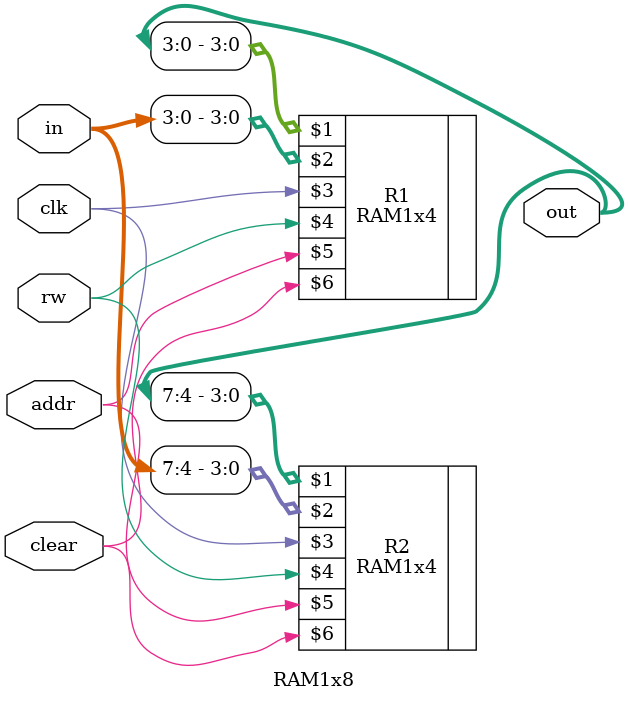
<source format=v>


`include "ram1x4.v"

module RAM1x8 (output [7:0] out, input [7:0] in, input clk, input rw, input addr, input clear);
   wire [3:0] s0, s1;

   RAM1x4 R1 (out[3:0], in[3:0], clk, rw, addr, clear);
   RAM1x4 R2 (out[7:4], in[7:4], clk, rw, addr, clear);

endmodule

</source>
